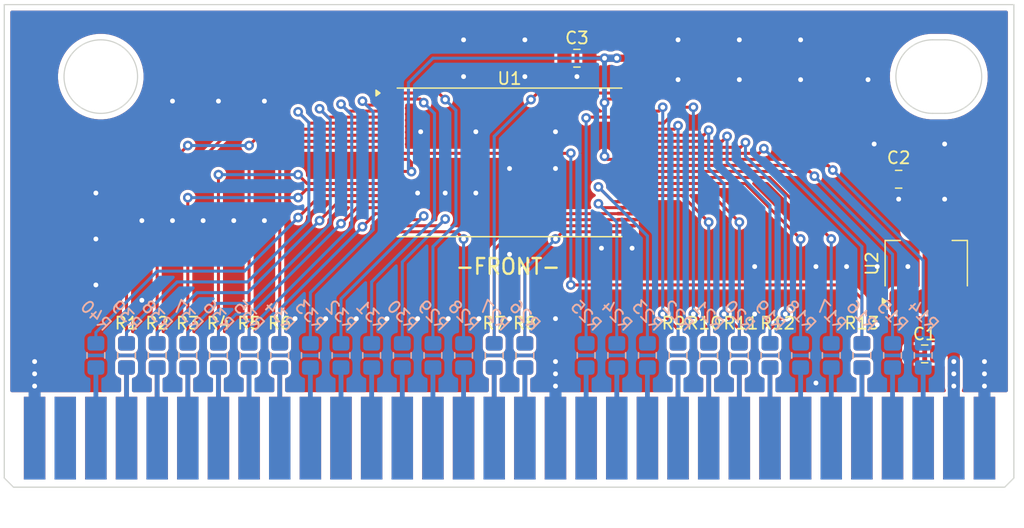
<source format=kicad_pcb>
(kicad_pcb (version 20241229) (generator "pcbnew") (generator_version "9.0")
  (layers (0 "F.Cu" signal) (2 "B.Cu" signal) (13 "F.Paste" user) (15 "B.Paste" user) (5 "F.SilkS" user "F.Silkscreen") (7 "B.SilkS" user "B.Silkscreen") (1 "F.Mask" user) (3 "B.Mask" user) (25 "Edge.Cuts" user))
  (net 0 "")
  (net 1 "+5V")
  (net 2 "GND")
  (net 3 "+3.3V")
  (net 4 "Net-(J1-VA2)")
  (net 6 "Net-(J1-VA1)")
  (net 7 "Net-(J1-VD13)")
  (net 8 "Net-(J1-VA12)")
  (net 10 "Net-(J1-LWR#)")
  (net 12 "Net-(J1-VD12)")
  (net 17 "Net-(J1-VA16)")
  (net 18 "Net-(J1-VA14)")
  (net 19 "Net-(J1-VD15)")
  (net 20 "Net-(J1-VD10)")
  (net 21 "Net-(J1-VD7)")
  (net 22 "Net-(J1-VA6)")
  (net 23 "Net-(J1-VA3)")
  (net 24 "Net-(J1-VA15)")
  (net 25 "Net-(J1-VD9)")
  (net 26 "Net-(J1-VD14)")
  (net 27 "Net-(J1-VA21)")
  (net 28 "Net-(J1-VD4)")
  (net 29 "Net-(J1-VA13)")
  (net 30 "Net-(J1-VD1)")
  (net 32 "Net-(J1-VD5)")
  (net 33 "Net-(J1-VD0)")
  (net 34 "Net-(J1-VA4)")
  (net 35 "Net-(J1-VA11)")
  (net 36 "Net-(J1-VD6)")
  (net 38 "Net-(J1-CAS0#)")
  (net 41 "Net-(J1-VA9)")
  (net 42 "Net-(J1-VA17)")
  (net 43 "Net-(J1-VA20)")
  (net 44 "Net-(J1-VD2)")
  (net 47 "Net-(J1-VD11)")
  (net 49 "Net-(J1-CE_0#)")
  (net 50 "Net-(J1-VA19)")
  (net 51 "Net-(J1-VA18)")
  (net 53 "Net-(J1-VD8)")
  (net 54 "Net-(J1-VA5)")
  (net 55 "Net-(J1-VD3)")
  (net 56 "Net-(J1-VA10)")
  (net 60 "Net-(J1-VA7)")
  (net 61 "Net-(J1-VA8)")
  (net 62 "/A9")
  (net 63 "/A10")
  (net 64 "/A18")
  (net 65 "/A19")
  (net 66 "/A20")
  (net 67 "/A21")
  (net 68 "/OE")
  (net 69 "/CE")
  (net 70 "/D15")
  (net 71 "/D14")
  (net 72 "/D13")
  (net 73 "/D12")
  (net 74 "/WE")
  (net 75 "/A8")
  (net 76 "/A11")
  (net 77 "/A7")
  (net 78 "/A12")
  (net 79 "/A6")
  (net 80 "/A13")
  (net 81 "/A5")
  (net 82 "/A14")
  (net 83 "/A4")
  (net 84 "/A15")
  (net 85 "/A3")
  (net 86 "/A16")
  (net 87 "/A2")
  (net 88 "/A17")
  (net 89 "/A1")
  (net 90 "/D7")
  (net 91 "/D0")
  (net 92 "/D8")
  (net 93 "/D6")
  (net 94 "/D1")
  (net 95 "/D9")
  (net 96 "/D5")
  (net 97 "/D2")
  (net 98 "/D10")
  (net 99 "/D4")
  (net 100 "/D3")
  (net 101 "/D11")
  (footprint "Resistor_SMD:R_0805_2012Metric_Pad1.20x1.40mm_HandSolder" (layer "F.Cu") (at 93.98 79.502 -90)
    (property "Reference" "R11")
    (property "Value" "100R")
  )
  (footprint "Capacitor_SMD:C_0805_2012Metric_Pad1.18x1.45mm_HandSolder" (layer "F.Cu") (at 80.518 54.864)
    (property "Reference" "C3")
    (property "Value" "100nF")
  )
  (footprint "SEGA-Cart_lib:SEGA_Connector" (layer "F.Cu") (at 35.56 86.36)
    (property "Reference" "J1" (hide yes))
    (property "Value" "SEGA_Connector" (hide yes))
  )
  (footprint "Resistor_SMD:R_0805_2012Metric_Pad1.20x1.40mm_HandSolder" (layer "F.Cu") (at 76.2 79.502 -90)
    (property "Reference" "R8")
    (property "Value" "100R")
  )
  (footprint "Package_SO:TSOP-I-48_18.4x12mm_P0.5mm" (layer "F.Cu") (at 74.93 63.5)
    (property "Reference" "U1")
    (property "Value" "Memory_Flash_29GL032")
  )
  (footprint "Resistor_SMD:R_0805_2012Metric_Pad1.20x1.40mm_HandSolder" (layer "F.Cu") (at 45.72 79.502 -90)
    (property "Reference" "R2")
    (property "Value" "100R")
  )
  (footprint "Resistor_SMD:R_0805_2012Metric_Pad1.20x1.40mm_HandSolder" (layer "F.Cu") (at 50.8 79.502 -90)
    (property "Reference" "R4")
    (property "Value" "100R")
  )
  (footprint "Resistor_SMD:R_0805_2012Metric_Pad1.20x1.40mm_HandSolder" (layer "F.Cu") (at 55.88 79.502 -90)
    (property "Reference" "R6")
    (property "Value" "100R")
  )
  (footprint "Resistor_SMD:R_0805_2012Metric_Pad1.20x1.40mm_HandSolder" (layer "F.Cu") (at 88.9 79.502 -90)
    (property "Reference" "R9")
    (property "Value" "100R")
  )
  (footprint "Resistor_SMD:R_0805_2012Metric_Pad1.20x1.40mm_HandSolder" (layer "F.Cu") (at 91.44 79.502 -90)
    (property "Reference" "R10")
    (property "Value" "100R")
  )
  (footprint "Resistor_SMD:R_0805_2012Metric_Pad1.20x1.40mm_HandSolder" (layer "F.Cu") (at 48.26 79.502 -90)
    (property "Reference" "R3")
    (property "Value" "100R")
  )
  (footprint "Resistor_SMD:R_0805_2012Metric_Pad1.20x1.40mm_HandSolder" (layer "F.Cu") (at 104.14 79.502 -90)
    (property "Reference" "R13")
    (property "Value" "100R")
  )
  (footprint "Capacitor_SMD:C_0805_2012Metric_Pad1.18x1.45mm_HandSolder" (layer "F.Cu") (at 107.188 64.897 180)
    (property "Reference" "C2")
    (property "Value" "1uF")
  )
  (footprint "Resistor_SMD:R_0805_2012Metric_Pad1.20x1.40mm_HandSolder" (layer "F.Cu") (at 43.18 79.502 -90)
    (property "Reference" "R1")
    (property "Value" "100R")
  )
  (footprint "Resistor_SMD:R_0805_2012Metric_Pad1.20x1.40mm_HandSolder" (layer "F.Cu") (at 53.34 79.502 -90)
    (property "Reference" "R5")
    (property "Value" "100R")
  )
  (footprint "Resistor_SMD:R_0805_2012Metric_Pad1.20x1.40mm_HandSolder" (layer "F.Cu") (at 73.66 79.502 -90)
    (property "Reference" "R7")
    (property "Value" "100R")
  )
  (footprint "Capacitor_SMD:C_0805_2012Metric_Pad1.18x1.45mm_HandSolder" (layer "F.Cu") (at 109.347 79.375 180)
    (property "Reference" "C1")
    (property "Value" "10uF")
  )
  (footprint "Resistor_SMD:R_0805_2012Metric_Pad1.20x1.40mm_HandSolder" (layer "F.Cu") (at 96.52 79.502 -90)
    (property "Reference" "R12")
    (property "Value" "100R")
  )
  (footprint "Package_TO_SOT_SMD:SOT-223-3_TabPin2" (layer "F.Cu") (at 109.474 71.882 90)
    (property "Reference" "U2")
    (property "Value" "AMS1117-3.3")
  )
  (footprint "Resistor_SMD:R_0805_2012Metric_Pad1.20x1.40mm_HandSolder" (layer "B.Cu") (at 50.8 79.502 90)
    (property "Reference" "R36")
    (property "Value" "100R")
  )
  (footprint "Resistor_SMD:R_0805_2012Metric_Pad1.20x1.40mm_HandSolder" (layer "B.Cu") (at 104.14 79.502 90)
    (property "Reference" "R16")
    (property "Value" "100R")
  )
  (footprint "Resistor_SMD:R_0805_2012Metric_Pad1.20x1.40mm_HandSolder" (layer "B.Cu") (at 96.52 79.502 90)
    (property "Reference" "R19")
    (property "Value" "100R")
  )
  (footprint "Resistor_SMD:R_0805_2012Metric_Pad1.20x1.40mm_HandSolder" (layer "B.Cu") (at 53.34 79.502 90)
    (property "Reference" "R35")
    (property "Value" "100R")
  )
  (footprint "Resistor_SMD:R_0805_2012Metric_Pad1.20x1.40mm_HandSolder" (layer "B.Cu") (at 99.06 79.502 90)
    (property "Reference" "R18")
    (property "Value" "100R")
  )
  (footprint "Resistor_SMD:R_0805_2012Metric_Pad1.20x1.40mm_HandSolder" (layer "B.Cu") (at 83.82 79.502 90)
    (property "Reference" "R24")
    (property "Value" "100R")
  )
  (footprint "Resistor_SMD:R_0805_2012Metric_Pad1.20x1.40mm_HandSolder" (layer "B.Cu") (at 68.58 79.502 90)
    (property "Reference" "R29")
    (property "Value" "100R")
  )
  (footprint "Resistor_SMD:R_0805_2012Metric_Pad1.20x1.40mm_HandSolder" (layer "B.Cu") (at 91.44 79.502 90)
    (property "Reference" "R21")
    (property "Value" "100R")
  )
  (footprint "Resistor_SMD:R_0805_2012Metric_Pad1.20x1.40mm_HandSolder" (layer "B.Cu") (at 109.22 79.502 90)
    (property "Reference" "R14")
    (property "Value" "100R")
  )
  (footprint "Resistor_SMD:R_0805_2012Metric_Pad1.20x1.40mm_HandSolder" (layer "B.Cu") (at 88.9 79.502 90)
    (property "Reference" "R22")
    (property "Value" "100R")
  )
  (footprint "Resistor_SMD:R_0805_2012Metric_Pad1.20x1.40mm_HandSolder" (layer "B.Cu") (at 81.28 79.502 90)
    (property "Reference" "R25")
    (property "Value" "100R")
  )
  (footprint "Resistor_SMD:R_0805_2012Metric_Pad1.20x1.40mm_HandSolder" (layer "B.Cu") (at 76.2 79.502 90)
    (property "Reference" "R26")
    (property "Value" "100R")
  )
  (footprint "Resistor_SMD:R_0805_2012Metric_Pad1.20x1.40mm_HandSolder" (layer "B.Cu") (at 55.88 79.502 90)
    (property "Reference" "R34")
    (property "Value" "100R")
  )
  (footprint "Resistor_SMD:R_0805_2012Metric_Pad1.20x1.40mm_HandSolder" (layer "B.Cu") (at 63.5 79.502 90)
    (property "Reference" "R31")
    (property "Value" "100R")
  )
  (footprint "Resistor_SMD:R_0805_2012Metric_Pad1.20x1.40mm_HandSolder" (layer "B.Cu") (at 48.26 79.502 90)
    (property "Reference" "R37")
    (property "Value" "100R")
  )
  (footprint "Resistor_SMD:R_0805_2012Metric_Pad1.20x1.40mm_HandSolder" (layer "B.Cu") (at 93.98 79.502 90)
    (property "Reference" "R20")
    (property "Value" "100R")
  )
  (footprint "Resistor_SMD:R_0805_2012Metric_Pad1.20x1.40mm_HandSolder" (layer "B.Cu") (at 60.96 79.502 90)
    (property "Reference" "R32")
    (property "Value" "100R")
  )
  (footprint "Resistor_SMD:R_0805_2012Metric_Pad1.20x1.40mm_HandSolder" (layer "B.Cu") (at 66.04 79.502 90)
    (property "Reference" "R30")
    (property "Value" "100R")
  )
  (footprint "Resistor_SMD:R_0805_2012Metric_Pad1.20x1.40mm_HandSolder" (layer "B.Cu") (at 86.36 79.502 90)
    (property "Reference" "R23")
    (property "Value" "100R")
  )
  (footprint "Resistor_SMD:R_0805_2012Metric_Pad1.20x1.40mm_HandSolder" (layer "B.Cu") (at 73.66 79.502 90)
    (property "Reference" "R27")
    (property "Value" "100R")
  )
  (footprint "Resistor_SMD:R_0805_2012Metric_Pad1.20x1.40mm_HandSolder" (layer "B.Cu") (at 106.68 79.502 90)
    (property "Reference" "R15")
    (property "Value" "100R")
  )
  (footprint "Resistor_SMD:R_0805_2012Metric_Pad1.20x1.40mm_HandSolder" (layer "B.Cu") (at 40.64 79.502 90)
    (property "Reference" "R40")
    (property "Value" "100R")
  )
  (footprint "Resistor_SMD:R_0805_2012Metric_Pad1.20x1.40mm_HandSolder" (layer "B.Cu") (at 58.42 79.502 90)
    (property "Reference" "R33")
    (property "Value" "100R")
  )
  (footprint "Resistor_SMD:R_0805_2012Metric_Pad1.20x1.40mm_HandSolder" (layer "B.Cu") (at 43.18 79.502 90)
    (property "Reference" "R39")
    (property "Value" "100R")
  )
  (footprint "Resistor_SMD:R_0805_2012Metric_Pad1.20x1.40mm_HandSolder" (layer "B.Cu") (at 101.6 79.502 90)
    (property "Reference" "R17")
    (property "Value" "100R")
  )
  (footprint "Resistor_SMD:R_0805_2012Metric_Pad1.20x1.40mm_HandSolder" (layer "B.Cu") (at 71.12 79.502 90)
    (property "Reference" "R28")
    (property "Value" "100R")
  )
  (footprint "Resistor_SMD:R_0805_2012Metric_Pad1.20x1.40mm_HandSolder" (layer "B.Cu") (at 45.72 79.502 90)
    (property "Reference" "R38")
    (property "Value" "100R")
  )
  (gr_arc (start 111.0234 53.34) (mid 114.0714 56.388) (end 111.0234 59.436) (stroke (width 0.1)) (layer "Edge.Cuts"))
  (gr_line (start 116.7384 50.419) (end 116.7384 89.662) (stroke (width 0.1)) (layer "Edge.Cuts"))
  (gr_circle (center 41.0464 56.388) (end 37.9984 56.388) (stroke (width 0.1)) (fill no) (layer "Edge.Cuts"))
  (gr_line (start 115.9764 90.424) (end 33.8074 90.424) (stroke (width 0.1)) (layer "Edge.Cuts"))
  (gr_line (start 33.0454 50.419) (end 116.7384 50.419) (stroke (width 0.1)) (layer "Edge.Cuts"))
  (gr_arc (start 110.0074 59.436) (mid 106.9594 56.388) (end 110.0074 53.34) (stroke (width 0.1)) (layer "Edge.Cuts"))
  (gr_line (start 111.0234 53.34) (end 110.0074 53.34) (stroke (width 0.1)) (layer "Edge.Cuts"))
  (gr_line (start 33.8074 90.424) (end 33.0454 89.662) (stroke (width 0.1)) (layer "Edge.Cuts"))
  (gr_line (start 115.9764 90.424) (end 116.7384 89.662) (stroke (width 0.1)) (layer "Edge.Cuts"))
  (gr_line (start 33.0454 89.662) (end 33.0454 50.419) (stroke (width 0.1)) (layer "Edge.Cuts"))
  (gr_line (start 110.0074 59.436) (end 111.0234 59.436) (stroke (width 0.1)) (layer "Edge.Cuts"))
  (gr_text "-FRONT-" (at 70.358 72.898 0) (layer "F.SilkS") (effects (font (size 1.3 1.2) (thickness 0.2) (bold yes)) (justify left bottom)))
  (segment (start 111.76 75.046) (end 111.774 75.032) (width 1) (layer "F.Cu") (net 1))
  (segment (start 111.76 79.375) (end 111.76 75.046) (width 1) (layer "F.Cu") (net 1))
  (segment (start 110.3845 79.375) (end 111.76 79.375) (width 0.4) (layer "F.Cu") (net 1))
  (segment (start 111.76 82.042) (end 111.76 79.375) (width 1) (layer "F.Cu") (net 1))
  (via (at 111.76 80.01) (size 0.8) (drill 0.4) (layers "F.Cu" "B.Cu") (net 1))
  (via (at 111.76 82.042) (size 0.8) (drill 0.4) (layers "F.Cu" "B.Cu") (net 1))
  (via (at 111.76 81.026) (size 0.8) (drill 0.4) (layers "F.Cu" "B.Cu") (net 1))
  (segment (start 111.76 81.026) (end 111.76 80.01) (width 1) (layer "B.Cu") (net 1))
  (segment (start 111.76 82.042) (end 111.76 81.026) (width 1) (layer "B.Cu") (net 1))
  (segment (start 111.76 86.36) (end 111.76 82.042) (width 1) (layer "B.Cu") (net 1))
  (segment (start 86.157 58.75) (end 87.122 57.785) (width 0.25) (layer "F.Cu") (net 2))
  (segment (start 84.6175 58.75) (end 86.157 58.75) (width 0.25) (layer "F.Cu") (net 2))
  (segment (start 86.309 68.25) (end 86.487 68.072) (width 0.25) (layer "F.Cu") (net 2))
  (segment (start 84.6175 68.25) (end 86.309 68.25) (width 0.25) (layer "F.Cu") (net 2))
  (segment (start 114.3 86.36) (end 114.3 81.026) (width 1) (layer "F.Cu") (net 2))
  (via (at 78.74 60.96) (size 0.8) (drill 0.4) (layers "F.Cu" "B.Cu") (net 2))
  (via (at 74.93 64.008) (size 0.8) (drill 0.4) (layers "F.Cu" "B.Cu") (net 2))
  (via (at 69.596 66.04) (size 0.8) (drill 0.4) (layers "F.Cu" "B.Cu") (net 2))
  (via (at 93.98 53.34) (size 0.8) (drill 0.4) (layers "F.Cu" "B.Cu") (net 2))
  (via (at 105.156 61.976) (size 0.8) (drill 0.4) (layers "F.Cu" "B.Cu") (net 2))
  (via (at 82.55 70.612) (size 0.8) (drill 0.4) (layers "F.Cu" "B.Cu") (net 2))
  (via (at 49.53 68.326) (size 0.8) (drill 0.4) (layers "F.Cu" "B.Cu") (net 2))
  (via (at 46.99 68.326) (size 0.8) (drill 0.4) (layers "F.Cu" "B.Cu") (net 2))
  (via (at 67.31 76.454) (size 0.8) (drill 0.4) (layers "F.Cu" "B.Cu") (net 2))
  (via (at 78.74 64.008) (size 0.8) (drill 0.4) (layers "F.Cu" "B.Cu") (net 2))
  (via (at 78.74 82.042) (size 0.8) (drill 0.4) (layers "F.Cu" "B.Cu") (net 2))
  (via (at 107.188 66.548) (size 0.8) (drill 0.4) (layers "F.Cu" "B.Cu") (net 2))
  (via (at 74.93 76.454) (size 0.8) (drill 0.4) (layers "F.Cu" "B.Cu") (net 2))
  (via (at 40.64 73.66) (size 0.8) (drill 0.4) (layers "F.Cu" "B.Cu") (net 2))
  (via (at 52.07 68.326) (size 0.8) (drill 0.4) (layers "F.Cu" "B.Cu") (net 2))
  (via (at 40.64 69.85) (size 0.8) (drill 0.4) (layers "F.Cu" "B.Cu") (net 2))
  (via (at 100.33 72.136) (size 0.8) (drill 0.4) (layers "F.Cu" "B.Cu") (net 2))
  (via (at 78.74 80.01) (size 0.8) (drill 0.4) (layers "F.Cu" "B.Cu") (net 2))
  (via (at 46.99 58.42) (size 0.8) (drill 0.4) (layers "F.Cu" "B.Cu") (net 2))
  (via (at 80.518 56.388) (size 0.8) (drill 0.4) (layers "F.Cu" "B.Cu") (net 2))
  (via (at 54.61 68.326) (size 0.8) (drill 0.4) (layers "F.Cu" "B.Cu") (net 2))
  (via (at 99.06 53.34) (size 0.8) (drill 0.4) (layers "F.Cu" "B.Cu") (net 2))
  (via (at 88.9 53.34) (size 0.8) (drill 0.4) (layers "F.Cu" "B.Cu") (net 2))
  (via (at 114.3 81.026) (size 0.8) (drill 0.4) (layers "F.Cu" "B.Cu") (net 2))
  (via (at 78.74 76.454) (size 0.8) (drill 0.4) (layers "F.Cu" "B.Cu") (net 2))
  (via (at 62.23 76.454) (size 0.8) (drill 0.4) (layers "F.Cu" "B.Cu") (net 2))
  (via (at 102.87 72.136) (size 0.8) (drill 0.4) (layers "F.Cu" "B.Cu") (net 2))
  (via (at 95.25 76.073) (size 0.8) (drill 0.4) (layers "F.Cu" "B.Cu") (net 2))
  (via (at 35.56 81.026) (size 0.8) (drill 0.4) (layers "F.Cu" "B.Cu") (net 2))
  (via (at 88.9 56.642) (size 0.8) (drill 0.4) (layers "F.Cu" "B.Cu") (net 2))
  (via (at 76.2 53.34) (size 0.8) (drill 0.4) (layers "F.Cu" "B.Cu") (net 2))
  (via (at 114.3 82.042) (size 0.8) (drill 0.4) (layers "F.Cu" "B.Cu") (net 2))
  (via (at 57.15 76.454) (size 0.8) (drill 0.4) (layers "F.Cu" "B.Cu") (net 2))
  (via (at 72.39 76.454) (size 0.8) (drill 0.4) (layers "F.Cu" "B.Cu") (net 2))
  (via (at 59.69 76.454) (size 0.8) (drill 0.4) (layers "F.Cu" "B.Cu") (net 2))
  (via (at 44.45 68.326) (size 0.8) (drill 0.4) (layers "F.Cu" "B.Cu") (net 2))
  (via (at 105.41 72.136) (size 0.8) (drill 0.4) (layers "F.Cu" "B.Cu") (net 2))
  (via (at 78.74 81.026) (size 0.8) (drill 0.4) (layers "F.Cu" "B.Cu") (net 2))
  (via (at 93.98 56.642) (size 0.8) (drill 0.4) (layers "F.Cu" "B.Cu") (net 2))
  (via (at 74.93 71.12) (size 0.8) (drill 0.4) (layers "F.Cu" "B.Cu") (net 2))
  (via (at 69.85 76.454) (size 0.8) (drill 0.4) (layers "F.Cu" "B.Cu") (net 2))
  (via (at 64.77 76.454) (size 0.8) (drill 0.4) (layers "F.Cu" "B.Cu") (net 2))
  (via (at 100.33 81.788) (size 0.8) (drill 0.4) (layers "F.Cu" "B.Cu") (net 2))
  (via (at 72.136 66.04) (size 0.8) (drill 0.4) (layers "F.Cu" "B.Cu") (net 2))
  (via (at 54.61 58.42) (size 0.8) (drill 0.4) (layers "F.Cu" "B.Cu") (net 2))
  (via (at 35.56 80.01) (size 0.8) (drill 0.4) (layers "F.Cu" "B.Cu") (net 2))
  (via (at 104.648 56.642) (size 0.8) (drill 0.4) (layers "F.Cu" "B.Cu") (net 2))
  (via (at 110.998 61.976) (size 0.8) (drill 0.4) (layers "F.Cu" "B.Cu") (net 2))
  (via (at 50.8 58.42) (size 0.8) (drill 0.4) (layers "F.Cu" "B.Cu") (net 2))
  (via (at 107.95 72.136) (size 0.8) (drill 0.4) (layers "F.Cu" "B.Cu") (net 2))
  (via (at 105.41 76.962) (size 0.8) (drill 0.4) (layers "F.Cu" "B.Cu") (net 2))
  (via (at 71.12 53.34) (size 0.8) (drill 0.4) (layers "F.Cu" "B.Cu") (net 2))
  (via (at 85.09 70.612) (size 0.8) (drill 0.4) (layers "F.Cu" "B.Cu") (net 2))
  (via (at 99.06 56.642) (size 0.8) (drill 0.4) (layers "F.Cu" "B.Cu") (net 2))
  (via (at 35.56 82.042) (size 0.8) (drill 0.4) (layers "F.Cu" "B.Cu") (net 2))
  (via (at 114.3 80.01) (size 0.8) (drill 0.4) (layers "F.Cu" "B.Cu") (net 2))
  (via (at 95.25 72.136) (size 0.8) (drill 0.4) (layers "F.Cu" "B.Cu") (net 2))
  (via (at 44.45 74.93) (size 0.8) (drill 0.4) (layers "F.Cu" "B.Cu") (net 2))
  (via (at 40.64 66.04) (size 0.8) (drill 0.4) (layers "F.Cu" "B.Cu") (net 2))
  (via (at 72.136 60.96) (size 0.8) (drill 0.4) (layers "F.Cu" "B.Cu") (net 2))
  (via (at 67.564 60.96) (size 0.8) (drill 0.4) (layers "F.Cu" "B.Cu") (net 2))
  (via (at 67.31 66.04) (size 0.8) (drill 0.4) (layers "F.Cu" "B.Cu") (net 2))
  (via (at 71.12 56.388) (size 0.8) (drill 0.4) (layers "F.Cu" "B.Cu") (net 2))
  (via (at 76.2 56.388) (size 0.8) (drill 0.4) (layers "F.Cu" "B.Cu") (net 2))
  (via (at 110.998 66.548) (size 0.8) (drill 0.4) (layers "F.Cu" "B.Cu") (net 2))
  (segment (start 78.74 81.026) (end 78.74 80.01) (width 1) (layer "B.Cu") (net 2))
  (segment (start 78.74 86.36) (end 78.74 82.042) (width 1) (layer "B.Cu") (net 2))
  (segment (start 114.3 81.026) (end 114.3 80.01) (width 1) (layer "B.Cu") (net 2))
  (segment (start 35.56 86.36) (end 35.56 80.01) (width 1) (layer "B.Cu") (net 2))
  (segment (start 78.74 82.042) (end 78.74 81.026) (width 1) (layer "B.Cu") (net 2))
  (segment (start 114.3 86.36) (end 114.3 81.026) (width 1) (layer "B.Cu") (net 2))
  (segment (start 83.101 58.25) (end 84.6175 58.25) (width 0.25) (layer "F.Cu") (net 3))
  (segment (start 83.062 63.25) (end 84.6175 63.25) (width 0.25) (layer "F.Cu") (net 3))
  (segment (start 66.79 64.25) (end 65.2425 64.25) (width 0.25) (layer "F.Cu") (net 3))
  (segment (start 82.804 54.864) (end 100.584 54.864) (width 0.6) (layer "F.Cu") (net 3))
  (segment (start 109.474 75.031999) (end 109.474 68.732001) (width 0.6) (layer "F.Cu") (net 3))
  (segment (start 109.474 63.754) (end 100.584 54.864) (width 0.6) (layer "F.Cu") (net 3))
  (segment (start 66.552 63.25) (end 66.802 63.5) (width 0.25) (layer "F.Cu") (net 3))
  (segment (start 82.804 58.547) (end 83.101 58.25) (width 0.25) (layer "F.Cu") (net 3))
  (segment (start 109.474 68.732001) (end 109.474 64.897) (width 0.6) (layer "F.Cu") (net 3))
  (segment (start 109.474 64.897) (end 109.474 63.754) (width 0.6) (layer "F.Cu") (net 3))
  (segment (start 82.804 62.992) (end 83.062 63.25) (width 0.25) (layer "F.Cu") (net 3))
  (segment (start 66.802 64.262) (end 66.79 64.25) (width 0.25) (layer "F.Cu") (net 3))
  (segment (start 108.2255 64.897) (end 109.474 64.897) (width 0.4) (layer "F.Cu") (net 3))
  (segment (start 81.5555 54.864) (end 82.804 54.864) (width 0.4) (layer "F.Cu") (net 3))
  (segment (start 66.802 63.5) (end 66.802 64.262) (width 0.25) (layer "F.Cu") (net 3))
  (segment (start 65.2425 63.25) (end 66.552 63.25) (width 0.25) (layer "F.Cu") (net 3))
  (via (at 83.82 54.864) (size 0.8) (drill 0.4) (layers "F.Cu" "B.Cu") (net 3))
  (via (at 66.802 64.262) (size 0.8) (drill 0.4) (layers "F.Cu" "B.Cu") (net 3))
  (via (at 82.804 54.864) (size 0.8) (drill 0.4) (layers "F.Cu" "B.Cu") (net 3))
  (via (at 82.804 62.992) (size 0.8) (drill 0.4) (layers "F.Cu" "B.Cu") (net 3))
  (via (at 82.804 58.547) (size 0.8) (drill 0.4) (layers "F.Cu" "B.Cu") (net 3))
  (segment (start 83.82 54.864) (end 82.804 54.864) (width 0.6) (layer "B.Cu") (net 3))
  (segment (start 66.802 64.262) (end 66.548 64.008) (width 0.25) (layer "B.Cu") (net 3))
  (segment (start 68.58 54.864) (end 82.804 54.864) (width 0.25) (layer "B.Cu") (net 3))
  (segment (start 66.548 64.008) (end 66.548 56.896) (width 0.25) (layer "B.Cu") (net 3))
  (segment (start 82.804 58.547) (end 82.804 62.992) (width 0.4) (layer "B.Cu") (net 3))
  (segment (start 66.548 56.896) (end 68.58 54.864) (width 0.25) (layer "B.Cu") (net 3))
  (segment (start 82.804 58.547) (end 82.804 54.864) (width 0.4) (layer "B.Cu") (net 3))
  (segment (start 71.12 80.502) (end 71.12 86.36) (width 0.4) (layer "B.Cu") (net 4))
  (segment (start 76.2 80.502) (end 76.2 86.36) (width 0.4) (layer "B.Cu") (net 6))
  (segment (start 93.98 80.502) (end 93.98 86.36) (width 0.4) (layer "F.Cu") (net 7))
  (segment (start 48.26 80.502) (end 48.26 86.36) (width 0.4) (layer "B.Cu") (net 8))
  (segment (start 104.14 80.502) (end 104.14 86.36) (width 0.4) (layer "F.Cu") (net 10))
  (segment (start 96.52 80.502) (end 96.52 86.36) (width 0.4) (layer "F.Cu") (net 12))
  (segment (start 68.58 80.502) (end 68.58 86.36) (width 0.4) (layer "B.Cu") (net 17))
  (segment (start 58.42 80.502) (end 58.42 86.36) (width 0.4) (layer "B.Cu") (net 18))
  (segment (start 88.9 80.502) (end 88.9 86.36) (width 0.4) (layer "F.Cu") (net 19))
  (segment (start 101.6 80.502) (end 101.6 86.36) (width 0.4) (layer "B.Cu") (net 20))
  (segment (start 81.28 80.502) (end 81.28 86.36) (width 0.4) (layer "B.Cu") (net 21))
  (segment (start 50.8 80.502) (end 50.8 86.36) (width 0.4) (layer "B.Cu") (net 22))
  (segment (start 66.04 80.502) (end 66.04 86.36) (width 0.4) (layer "B.Cu") (net 23))
  (segment (start 63.5 80.502) (end 63.5 86.36) (width 0.4) (layer "B.Cu") (net 24))
  (segment (start 93.98 80.502) (end 93.98 86.36) (width 0.4) (layer "B.Cu") (net 25))
  (segment (start 91.44 80.502) (end 91.44 86.36) (width 0.4) (layer "F.Cu") (net 26))
  (segment (start 55.88 80.502) (end 55.88 86.36) (width 0.4) (layer "F.Cu") (net 27))
  (segment (start 104.14 80.502) (end 104.14 86.36) (width 0.4) (layer "B.Cu") (net 28))
  (segment (start 53.34 80.502) (end 53.34 86.36) (width 0.4) (layer "B.Cu") (net 29))
  (segment (start 91.44 80.502) (end 91.44 86.36) (width 0.4) (layer "B.Cu") (net 30))
  (segment (start 96.52 80.502) (end 96.52 86.36) (width 0.4) (layer "B.Cu") (net 32))
  (segment (start 83.82 80.502) (end 83.82 86.36) (width 0.4) (layer "B.Cu") (net 33))
  (segment (start 60.96 80.502) (end 60.96 86.36) (width 0.4) (layer "B.Cu") (net 34))
  (segment (start 43.18 80.502) (end 43.18 86.36) (width 0.4) (layer "B.Cu") (net 35))
  (segment (start 88.9 80.502) (end 88.9 86.36) (width 0.4) (layer "B.Cu") (net 36))
  (segment (start 73.66 80.502) (end 73.66 86.36) (width 0.4) (layer "F.Cu") (net 38))
  (segment (start 43.18 80.502) (end 43.18 86.36) (width 0.4) (layer "F.Cu") (net 41))
  (segment (start 73.66 80.502) (end 73.66 86.36) (width 0.4) (layer "B.Cu") (net 42))
  (segment (start 53.34 80.502) (end 53.34 86.36) (width 0.4) (layer "F.Cu") (net 43))
  (segment (start 99.06 80.502) (end 99.06 86.36) (width 0.4) (layer "B.Cu") (net 44))
  (segment (start 109.22 80.502) (end 109.22 86.36) (width 0.4) (layer "B.Cu") (net 47))
  (segment (start 76.2 80.502) (end 76.2 86.36) (width 0.4) (layer "F.Cu") (net 49))
  (segment (start 50.8 80.502) (end 50.8 86.36) (width 0.4) (layer "F.Cu") (net 50))
  (segment (start 48.26 80.502) (end 48.26 86.36) (width 0.4) (layer "F.Cu") (net 51))
  (segment (start 86.36 80.502) (end 86.36 86.36) (width 0.4) (layer "B.Cu") (net 53))
  (segment (start 55.88 80.502) (end 55.88 86.36) (width 0.4) (layer "B.Cu") (net 54))
  (segment (start 106.68 80.502) (end 106.68 86.36) (width 0.4) (layer "B.Cu") (net 55))
  (segment (start 45.72 80.502) (end 45.72 86.36) (width 0.4) (layer "F.Cu") (net 56))
  (segment (start 45.72 80.502) (end 45.72 86.36) (width 0.4) (layer "B.Cu") (net 60))
  (segment (start 40.64 80.502) (end 40.64 86.36) (width 0.4) (layer "B.Cu") (net 61))
  (segment (start 43.18 78.502) (end 43.18 67.183) (width 0.25) (layer "F.Cu") (net 62))
  (segment (start 53.34 62.103) (end 54.193 61.25) (width 0.25) (layer "F.Cu") (net 62))
  (segment (start 48.26 62.103) (end 43.18 67.183) (width 0.25) (layer "F.Cu") (net 62))
  (segment (start 54.193 61.25) (end 65.2425 61.25) (width 0.25) (layer "F.Cu") (net 62))
  (via (at 53.34 62.103) (size 0.8) (drill 0.4) (layers "F.Cu" "B.Cu") (net 62))
  (via (at 48.26 62.103) (size 0.8) (drill 0.4) (layers "F.Cu" "B.Cu") (net 62))
  (segment (start 48.26 62.103) (end 53.34 62.103) (width 0.25) (layer "B.Cu") (net 62))
  (segment (start 51.899 60.75) (end 65.2425 60.75) (width 0.25) (layer "F.Cu") (net 63))
  (segment (start 45.72 78.502) (end 45.72 66.929) (width 0.25) (layer "F.Cu") (net 63))
  (segment (start 45.72 66.929) (end 51.899 60.75) (width 0.25) (layer "F.Cu") (net 63))
  (segment (start 48.26 66.421) (end 48.26 78.502) (width 0.25) (layer "F.Cu") (net 64))
  (segment (start 57.404 66.421) (end 58.075 65.75) (width 0.25) (layer "F.Cu") (net 64))
  (segment (start 58.075 65.75) (end 65.2425 65.75) (width 0.25) (layer "F.Cu") (net 64))
  (via (at 57.404 66.421) (size 0.8) (drill 0.4) (layers "F.Cu" "B.Cu") (net 64))
  (via (at 48.26 66.421) (size 0.8) (drill 0.4) (layers "F.Cu" "B.Cu") (net 64))
  (segment (start 57.404 66.421) (end 48.26 66.421) (width 0.25) (layer "B.Cu") (net 64))
  (segment (start 57.404 64.516) (end 58.138 65.25) (width 0.25) (layer "F.Cu") (net 65))
  (segment (start 58.138 65.25) (end 65.2425 65.25) (width 0.25) (layer "F.Cu") (net 65))
  (segment (start 50.8 64.516) (end 50.8 78.502) (width 0.25) (layer "F.Cu") (net 65))
  (via (at 57.404 64.516) (size 0.8) (drill 0.4) (layers "F.Cu" "B.Cu") (net 65))
  (via (at 50.8 64.516) (size 0.8) (drill 0.4) (layers "F.Cu" "B.Cu") (net 65))
  (segment (start 57.404 64.516) (end 50.8 64.516) (width 0.25) (layer "B.Cu") (net 65))
  (segment (start 55.217 61.75) (end 53.34 63.627) (width 0.25) (layer "F.Cu") (net 66))
  (segment (start 65.2425 61.75) (end 55.217 61.75) (width 0.25) (layer "F.Cu") (net 66))
  (segment (start 53.34 78.502) (end 53.34 63.627) (width 0.25) (layer "F.Cu") (net 66))
  (segment (start 55.88 63.5) (end 57.13 62.25) (width 0.25) (layer "F.Cu") (net 67))
  (segment (start 57.13 62.25) (end 65.2425 62.25) (width 0.25) (layer "F.Cu") (net 67))
  (segment (start 55.88 78.502) (end 55.88 63.5) (width 0.25) (layer "F.Cu") (net 67))
  (segment (start 73.66 70.739) (end 76.649 67.75) (width 0.25) (layer "F.Cu") (net 68))
  (segment (start 76.649 67.75) (end 84.6175 67.75) (width 0.25) (layer "F.Cu") (net 68))
  (segment (start 73.66 78.502) (end 73.66 70.739) (width 0.25) (layer "F.Cu") (net 68))
  (segment (start 77.808 68.75) (end 84.6175 68.75) (width 0.25) (layer "F.Cu") (net 69))
  (segment (start 76.2 78.502) (end 76.2 70.358) (width 0.25) (layer "F.Cu") (net 69))
  (segment (start 76.2 70.358) (end 77.808 68.75) (width 0.25) (layer "F.Cu") (net 69))
  (segment (start 88.9 77.343) (end 87.63 76.073) (width 0.25) (layer "F.Cu") (net 70))
  (segment (start 88.9 78.502) (end 88.9 77.343) (width 0.25) (layer "F.Cu") (net 70))
  (segment (start 87.63 58.928) (end 87.308 59.25) (width 0.25) (layer "F.Cu") (net 70))
  (segment (start 87.308 59.25) (end 84.6175 59.25) (width 0.25) (layer "F.Cu") (net 70))
  (via (at 87.63 76.073) (size 0.8) (drill 0.4) (layers "F.Cu" "B.Cu") (net 70))
  (via (at 87.63 58.928) (size 0.8) (drill 0.4) (layers "F.Cu" "B.Cu") (net 70))
  (segment (start 87.63 76.073) (end 87.63 58.928) (width 0.25) (layer "B.Cu") (net 70))
  (segment (start 87.705 60.25) (end 89.027 58.928) (width 0.25) (layer "F.Cu") (net 71))
  (segment (start 91.44 77.343) (end 90.17 76.073) (width 0.25) (layer "F.Cu") (net 71))
  (segment (start 91.44 78.502) (end 91.44 77.343) (width 0.25) (layer "F.Cu") (net 71))
  (segment (start 89.027 58.928) (end 90.17 58.928) (width 0.25) (layer "F.Cu") (net 71))
  (segment (start 84.6175 60.25) (end 87.705 60.25) (width 0.25) (layer "F.Cu") (net 71))
  (via (at 90.17 76.073) (size 0.8) (drill 0.4) (layers "F.Cu" "B.Cu") (net 71))
  (via (at 90.17 58.928) (size 0.8) (drill 0.4) (layers "F.Cu" "B.Cu") (net 71))
  (segment (start 90.17 76.073) (end 90.17 58.928) (width 0.25) (layer "B.Cu") (net 71))
  (segment (start 91.023 61.25) (end 84.6175 61.25) (width 0.25) (layer "F.Cu") (net 72))
  (segment (start 93.98 78.502) (end 93.98 77.343) (width 0.25) (layer "F.Cu") (net 72))
  (segment (start 93.98 77.343) (end 92.71 76.073) (width 0.25) (layer "F.Cu") (net 72))
  (segment (start 91.44 60.833) (end 91.023 61.25) (width 0.25) (layer "F.Cu") (net 72))
  (via (at 92.71 76.073) (size 0.8) (drill 0.4) (layers "F.Cu" "B.Cu") (net 72))
  (via (at 91.44 60.833) (size 0.8) (drill 0.4) (layers "F.Cu" "B.Cu") (net 72))
  (segment (start 91.44 60.833) (end 91.44 64.008) (width 0.25) (layer "B.Cu") (net 72))
  (segment (start 92.71 76.073) (end 92.71 65.278) (width 0.25) (layer "B.Cu") (net 72))
  (segment (start 91.44 64.008) (end 92.71 65.278) (width 0.25) (layer "B.Cu") (net 72))
  (segment (start 96.52 77.343) (end 97.79 76.073) (width 0.25) (layer "F.Cu") (net 73))
  (segment (start 94.488 61.849) (end 94.087 62.25) (width 0.25) (layer "F.Cu") (net 73))
  (segment (start 96.52 78.502) (end 96.52 77.343) (width 0.25) (layer "F.Cu") (net 73))
  (segment (start 94.087 62.25) (end 84.6175 62.25) (width 0.25) (layer "F.Cu") (net 73))
  (via (at 97.79 76.073) (size 0.8) (drill 0.4) (layers "F.Cu" "B.Cu") (net 73))
  (via (at 94.488 61.849) (size 0.8) (drill 0.4) (layers "F.Cu" "B.Cu") (net 73))
  (segment (start 94.488 61.849) (end 94.488 62.992) (width 0.25) (layer "B.Cu") (net 73))
  (segment (start 94.488 62.992) (end 97.79 66.294) (width 0.25) (layer "B.Cu") (net 73))
  (segment (start 97.79 76.073) (end 97.79 66.294) (width 0.25) (layer "B.Cu") (net 73))
  (segment (start 104.14 74.803) (end 104.14 78.502) (width 0.25) (layer "F.Cu") (net 74))
  (segment (start 79.871 62.75) (end 65.2425 62.75) (width 0.25) (layer "F.Cu") (net 74))
  (segment (start 80.01 62.738) (end 79.883 62.738) (width 0.25) (layer "F.Cu") (net 74))
  (segment (start 80.01 73.66) (end 102.997 73.66) (width 0.25) (layer "F.Cu") (net 74))
  (segment (start 79.883 62.738) (end 79.871 62.75) (width 0.25) (layer "F.Cu") (net 74))
  (segment (start 102.997 73.66) (end 104.14 74.803) (width 0.25) (layer "F.Cu") (net 74))
  (via (at 80.01 62.738) (size 0.8) (drill 0.4) (layers "F.Cu" "B.Cu") (net 74))
  (via (at 80.01 73.66) (size 0.8) (drill 0.4) (layers "F.Cu" "B.Cu") (net 74))
  (segment (start 80.01 73.66) (end 80.01 62.738) (width 0.25) (layer "B.Cu") (net 74))
  (segment (start 59.226 66.25) (end 65.2425 66.25) (width 0.25) (layer "F.Cu") (net 75))
  (segment (start 57.404 68.072) (end 59.226 66.25) (width 0.25) (layer "F.Cu") (net 75))
  (via (at 57.404 68.072) (size 0.8) (drill 0.4) (layers "F.Cu" "B.Cu") (net 75))
  (segment (start 52.959 72.517) (end 45.72 72.517) (width 0.25) (layer "B.Cu") (net 75))
  (segment (start 57.404 68.072) (end 52.959 72.517) (width 0.25) (layer "B.Cu") (net 75))
  (segment (start 45.72 72.517) (end 40.64 77.597) (width 0.25) (layer "B.Cu") (net 75))
  (segment (start 40.64 77.597) (end 40.64 78.502) (width 0.25) (layer "B.Cu") (net 75))
  (segment (start 57.404 59.309) (end 58.345 60.25) (width 0.25) (layer "F.Cu") (net 76))
  (segment (start 58.345 60.25) (end 65.2425 60.25) (width 0.25) (layer "F.Cu") (net 76))
  (via (at 57.404 59.309) (size 0.8) (drill 0.4) (layers "F.Cu" "B.Cu") (net 76))
  (segment (start 47.371 73.406) (end 43.18 77.597) (width 0.25) (layer "B.Cu") (net 76))
  (segment (start 43.18 77.597) (end 43.18 78.502) (width 0.25) (layer "B.Cu") (net 76))
  (segment (start 57.404 59.309) (end 58.293 60.198) (width 0.25) (layer "B.Cu") (net 76))
  (segment (start 58.293 68.326) (end 53.213 73.406) (width 0.25) (layer "B.Cu") (net 76))
  (segment (start 58.293 60.198) (end 58.293 68.326) (width 0.25) (layer "B.Cu") (net 76))
  (segment (start 53.213 73.406) (end 47.371 73.406) (width 0.25) (layer "B.Cu") (net 76))
  (segment (start 60.758 66.75) (end 65.2425 66.75) (width 0.25) (layer "F.Cu") (net 77))
  (segment (start 59.182 68.326) (end 60.758 66.75) (width 0.25) (layer "F.Cu") (net 77))
  (via (at 59.182 68.326) (size 0.8) (drill 0.4) (layers "F.Cu" "B.Cu") (net 77))
  (segment (start 53.213 74.295) (end 49.022 74.295) (width 0.25) (layer "B.Cu") (net 77))
  (segment (start 49.022 74.295) (end 45.72 77.597) (width 0.25) (layer "B.Cu") (net 77))
  (segment (start 45.72 77.597) (end 45.72 78.502) (width 0.25) (layer "B.Cu") (net 77))
  (segment (start 59.182 68.326) (end 53.213 74.295) (width 0.25) (layer "B.Cu") (net 77))
  (segment (start 59.877 59.75) (end 65.2425 59.75) (width 0.25) (layer "F.Cu") (net 78))
  (segment (start 59.182 59.055) (end 59.877 59.75) (width 0.25) (layer "F.Cu") (net 78))
  (via (at 59.182 59.055) (size 0.8) (drill 0.4) (layers "F.Cu" "B.Cu") (net 78))
  (segment (start 60.071 59.944) (end 60.071 68.58) (width 0.25) (layer "B.Cu") (net 78))
  (segment (start 48.26 77.597) (end 48.26 78.502) (width 0.25) (layer "B.Cu") (net 78))
  (segment (start 59.182 59.055) (end 60.071 59.944) (width 0.25) (layer "B.Cu") (net 78))
  (segment (start 53.467 75.184) (end 50.673 75.184) (width 0.25) (layer "B.Cu") (net 78))
  (segment (start 50.673 75.184) (end 48.26 77.597) (width 0.25) (layer "B.Cu") (net 78))
  (segment (start 60.071 68.58) (end 53.467 75.184) (width 0.25) (layer "B.Cu") (net 78))
  (segment (start 60.96 68.58) (end 62.29 67.25) (width 0.25) (layer "F.Cu") (net 79))
  (segment (start 62.29 67.25) (end 65.2425 67.25) (width 0.25) (layer "F.Cu") (net 79))
  (via (at 60.96 68.58) (size 0.8) (drill 0.4) (layers "F.Cu" "B.Cu") (net 79))
  (segment (start 50.8 77.5335) (end 50.8 78.502) (width 0.25) (layer "B.Cu") (net 79))
  (segment (start 52.2605 76.073) (end 50.8 77.5335) (width 0.25) (layer "B.Cu") (net 79))
  (segment (start 53.467 76.073) (end 52.2605 76.073) (width 0.25) (layer "B.Cu") (net 79))
  (segment (start 60.96 68.58) (end 53.467 76.073) (width 0.25) (layer "B.Cu") (net 79))
  (segment (start 61.536 59.25) (end 65.2425 59.25) (width 0.25) (layer "F.Cu") (net 80))
  (segment (start 60.96 58.674) (end 61.536 59.25) (width 0.25) (layer "F.Cu") (net 80))
  (via (at 60.96 58.674) (size 0.8) (drill 0.4) (layers "F.Cu" "B.Cu") (net 80))
  (segment (start 53.34 78.502) (end 53.34 77.343) (width 0.25) (layer "B.Cu") (net 80))
  (segment (start 53.34 77.343) (end 61.849 68.834) (width 0.25) (layer "B.Cu") (net 80))
  (segment (start 61.849 59.563) (end 61.849 68.834) (width 0.25) (layer "B.Cu") (net 80))
  (segment (start 60.96 58.674) (end 61.849 59.563) (width 0.25) (layer "B.Cu") (net 80))
  (segment (start 63.822 67.75) (end 65.2425 67.75) (width 0.25) (layer "F.Cu") (net 81))
  (segment (start 62.738 68.834) (end 63.822 67.75) (width 0.25) (layer "F.Cu") (net 81))
  (via (at 62.738 68.834) (size 0.8) (drill 0.4) (layers "F.Cu" "B.Cu") (net 81))
  (segment (start 55.88 75.692) (end 62.738 68.834) (width 0.25) (layer "B.Cu") (net 81))
  (segment (start 55.88 78.502) (end 55.88 75.692) (width 0.25) (layer "B.Cu") (net 81))
  (segment (start 63.068 58.75) (end 65.2425 58.75) (width 0.25) (layer "F.Cu") (net 82))
  (segment (start 62.738 58.42) (end 63.068 58.75) (width 0.25) (layer "F.Cu") (net 82))
  (via (at 62.738 58.42) (size 0.8) (drill 0.4) (layers "F.Cu" "B.Cu") (net 82))
  (segment (start 58.42 74.295) (end 63.627 69.088) (width 0.25) (layer "B.Cu") (net 82))
  (segment (start 58.42 78.502) (end 58.42 74.295) (width 0.25) (layer "B.Cu") (net 82))
  (segment (start 63.627 59.309) (end 63.627 69.088) (width 0.25) (layer "B.Cu") (net 82))
  (segment (start 62.738 58.42) (end 63.627 59.309) (width 0.25) (layer "B.Cu") (net 82))
  (segment (start 67.513 68.25) (end 65.2425 68.25) (width 0.25) (layer "F.Cu") (net 83))
  (segment (start 67.818 67.945) (end 67.513 68.25) (width 0.25) (layer "F.Cu") (net 83))
  (via (at 67.818 67.945) (size 0.8) (drill 0.4) (layers "F.Cu" "B.Cu") (net 83))
  (segment (start 60.96 78.502) (end 60.96 74.803) (width 0.25) (layer "B.Cu") (net 83))
  (segment (start 67.818 67.945) (end 60.96 74.803) (width 0.25) (layer "B.Cu") (net 83))
  (segment (start 67.818 58.547) (end 67.521 58.25) (width 0.25) (layer "F.Cu") (net 84))
  (segment (start 67.521 58.25) (end 65.2425 58.25) (width 0.25) (layer "F.Cu") (net 84))
  (via (at 67.818 58.547) (size 0.8) (drill 0.4) (layers "F.Cu" "B.Cu") (net 84))
  (segment (start 63.5 78.502) (end 63.5 73.406) (width 0.25) (layer "B.Cu") (net 84))
  (segment (start 68.707 59.436) (end 68.707 68.199) (width 0.25) (layer "B.Cu") (net 84))
  (segment (start 67.818 58.547) (end 68.707 59.436) (width 0.25) (layer "B.Cu") (net 84))
  (segment (start 68.707 68.199) (end 63.5 73.406) (width 0.25) (layer "B.Cu") (net 84))
  (segment (start 69.596 68.199) (end 69.045 68.75) (width 0.25) (layer "F.Cu") (net 85))
  (segment (start 69.045 68.75) (end 65.2425 68.75) (width 0.25) (layer "F.Cu") (net 85))
  (via (at 69.596 68.199) (size 0.8) (drill 0.4) (layers "F.Cu" "B.Cu") (net 85))
  (segment (start 66.04 78.502) (end 66.04 71.755) (width 0.25) (layer "B.Cu") (net 85))
  (segment (start 69.596 68.199) (end 66.04 71.755) (width 0.25) (layer "B.Cu") (net 85))
  (segment (start 69.053 57.75) (end 65.2425 57.75) (width 0.25) (layer "F.Cu") (net 86))
  (segment (start 69.596 58.293) (end 69.053 57.75) (width 0.25) (layer "F.Cu") (net 86))
  (via (at 69.596 58.293) (size 0.8) (drill 0.4) (layers "F.Cu" "B.Cu") (net 86))
  (segment (start 69.596 58.293) (end 70.485 59.182) (width 0.25) (layer "B.Cu") (net 86))
  (segment (start 70.485 68.58) (end 68.58 70.485) (width 0.25) (layer "B.Cu") (net 86))
  (segment (start 68.58 78.502) (end 68.58 70.485) (width 0.25) (layer "B.Cu") (net 86))
  (segment (start 70.485 59.182) (end 70.485 68.58) (width 0.25) (layer "B.Cu") (net 86))
  (segment (start 70.52 69.25) (end 65.2425 69.25) (width 0.25) (layer "F.Cu") (net 87))
  (segment (start 71.12 69.85) (end 70.52 69.25) (width 0.25) (layer "F.Cu") (net 87))
  (via (at 71.12 69.85) (size 0.8) (drill 0.4) (layers "F.Cu" "B.Cu") (net 87))
  (segment (start 71.12 78.502) (end 71.12 69.85) (width 0.25) (layer "B.Cu") (net 87))
  (segment (start 76.708 58.293) (end 77.251 57.75) (width 0.25) (layer "F.Cu") (net 88))
  (segment (start 77.251 57.75) (end 84.6175 57.75) (width 0.25) (layer "F.Cu") (net 88))
  (via (at 76.708 58.293) (size 0.8) (drill 0.4) (layers "F.Cu" "B.Cu") (net 88))
  (segment (start 73.66 78.502) (end 73.66 61.341) (width 0.25) (layer "B.Cu") (net 88))
  (segment (start 76.708 58.293) (end 73.66 61.341) (width 0.25) (layer "B.Cu") (net 88))
  (segment (start 79.34 69.25) (end 84.6175 69.25) (width 0.25) (layer "F.Cu") (net 89))
  (segment (start 78.74 69.85) (end 79.34 69.25) (width 0.25) (layer "F.Cu") (net 89))
  (via (at 78.74 69.85) (size 0.8) (drill 0.4) (layers "F.Cu" "B.Cu") (net 89))
  (segment (start 76.2 78.502) (end 76.2 72.39) (width 0.25) (layer "B.Cu") (net 89))
  (segment (start 78.74 69.85) (end 76.2 72.39) (width 0.25) (layer "B.Cu") (net 89))
  (segment (start 81.407 59.817) (end 81.474 59.75) (width 0.25) (layer "F.Cu") (net 90))
  (segment (start 81.28 59.817) (end 81.407 59.817) (width 0.25) (layer "F.Cu") (net 90))
  (segment (start 81.474 59.75) (end 84.6175 59.75) (width 0.25) (layer "F.Cu") (net 90))
  (via (at 81.28 59.817) (size 0.8) (drill 0.4) (layers "F.Cu" "B.Cu") (net 90))
  (segment (start 81.28 78.502) (end 81.28 59.817) (width 0.25) (layer "B.Cu") (net 90))
  (segment (start 82.296 66.929) (end 82.617 67.25) (width 0.25) (layer "F.Cu") (net 91))
  (segment (start 82.617 67.25) (end 84.6175 67.25) (width 0.25) (layer "F.Cu") (net 91))
  (via (at 82.296 66.929) (size 0.8) (drill 0.4) (layers "F.Cu" "B.Cu") (net 91))
  (segment (start 82.296 66.929) (end 83.82 68.453) (width 0.25) (layer "B.Cu") (net 91))
  (segment (start 83.82 78.502) (end 83.82 68.453) (width 0.25) (layer "B.Cu") (net 91))
  (segment (start 84.6175 66.75) (end 83.514 66.75) (width 0.25) (layer "F.Cu") (net 92))
  (segment (start 83.514 66.75) (end 82.296 65.532) (width 0.25) (layer "F.Cu") (net 92))
  (via (at 82.296 65.532) (size 0.8) (drill 0.4) (layers "F.Cu" "B.Cu") (net 92))
  (segment (start 86.36 69.596) (end 82.296 65.532) (width 0.25) (layer "B.Cu") (net 92))
  (segment (start 86.36 78.502) (end 86.36 69.596) (width 0.25) (layer "B.Cu") (net 92))
  (segment (start 88.602 60.75) (end 84.6175 60.75) (width 0.25) (layer "F.Cu") (net 93))
  (segment (start 88.9 60.452) (end 88.602 60.75) (width 0.25) (layer "F.Cu") (net 93))
  (via (at 88.9 60.452) (size 0.8) (drill 0.4) (layers "F.Cu" "B.Cu") (net 93))
  (segment (start 88.9 78.502) (end 88.9 60.452) (width 0.25) (layer "B.Cu") (net 93))
  (segment (start 89.237 66.25) (end 84.6175 66.25) (width 0.25) (layer "F.Cu") (net 94))
  (segment (start 91.44 68.453) (end 89.237 66.25) (width 0.25) (layer "F.Cu") (net 94))
  (via (at 91.44 68.453) (size 0.8) (drill 0.4) (layers "F.Cu" "B.Cu") (net 94))
  (segment (start 91.44 78.502) (end 91.44 68.453) (width 0.25) (layer "B.Cu") (net 94))
  (segment (start 91.277 65.75) (end 84.6175 65.75) (width 0.25) (layer "F.Cu") (net 95))
  (segment (start 93.98 68.453) (end 91.277 65.75) (width 0.25) (layer "F.Cu") (net 95))
  (via (at 93.98 68.453) (size 0.8) (drill 0.4) (layers "F.Cu" "B.Cu") (net 95))
  (segment (start 93.98 78.502) (end 93.98 68.453) (width 0.25) (layer "B.Cu") (net 95))
  (segment (start 92.555 61.75) (end 84.6175 61.75) (width 0.25) (layer "F.Cu") (net 96))
  (segment (start 92.964 61.341) (end 92.555 61.75) (width 0.25) (layer "F.Cu") (net 96))
  (via (at 92.964 61.341) (size 0.8) (drill 0.4) (layers "F.Cu" "B.Cu") (net 96))
  (segment (start 96.52 78.502) (end 96.52 67.056) (width 0.25) (layer "B.Cu") (net 96))
  (segment (start 92.964 63.5) (end 96.52 67.056) (width 0.25) (layer "B.Cu") (net 96))
  (segment (start 92.964 61.341) (end 92.964 63.5) (width 0.25) (layer "B.Cu") (net 96))
  (segment (start 99.06 69.85) (end 94.46 65.25) (width 0.25) (layer "F.Cu") (net 97))
  (segment (start 94.46 65.25) (end 84.6175 65.25) (width 0.25) (layer "F.Cu") (net 97))
  (via (at 99.06 69.85) (size 0.8) (drill 0.4) (layers "F.Cu" "B.Cu") (net 97))
  (segment (start 99.06 69.85) (end 99.06 78.502) (width 0.25) (layer "B.Cu") (net 97))
  (segment (start 101.6 69.85) (end 96.5 64.75) (width 0.25) (layer "F.Cu") (net 98))
  (segment (start 96.5 64.75) (end 84.6175 64.75) (width 0.25) (layer "F.Cu") (net 98))
  (via (at 101.6 69.85) (size 0.8) (drill 0.4) (layers "F.Cu" "B.Cu") (net 98))
  (segment (start 101.6 69.85) (end 101.6 78.502) (width 0.25) (layer "B.Cu") (net 98))
  (segment (start 96.012 62.357) (end 95.619 62.75) (width 0.25) (layer "F.Cu") (net 99))
  (segment (start 95.619 62.75) (end 84.6175 62.75) (width 0.25) (layer "F.Cu") (net 99))
  (via (at 96.012 62.357) (size 0.8) (drill 0.4) (layers "F.Cu" "B.Cu") (net 99))
  (segment (start 104.14 78.502) (end 104.14 70.485) (width 0.25) (layer "B.Cu") (net 99))
  (segment (start 96.012 62.357) (end 104.14 70.485) (width 0.25) (layer "B.Cu") (net 99))
  (segment (start 99.81 64.25) (end 84.6175 64.25) (width 0.25) (layer "F.Cu") (net 100))
  (segment (start 100.203 64.643) (end 99.81 64.25) (width 0.25) (layer "F.Cu") (net 100))
  (via (at 100.203 64.643) (size 0.8) (drill 0.4) (layers "F.Cu" "B.Cu") (net 100))
  (segment (start 100.203 64.643) (end 106.68 71.12) (width 0.25) (layer "B.Cu") (net 100))
  (segment (start 106.68 78.502) (end 106.68 71.12) (width 0.25) (layer "B.Cu") (net 100))
  (segment (start 101.342 63.75) (end 84.6175 63.75) (width 0.25) (layer "F.Cu") (net 101))
  (segment (start 101.727 64.135) (end 101.342 63.75) (width 0.25) (layer "F.Cu") (net 101))
  (via (at 101.727 64.135) (size 0.8) (drill 0.4) (layers "F.Cu" "B.Cu") (net 101))
  (segment (start 101.727 64.135) (end 109.22 71.628) (width 0.25) (layer "B.Cu") (net 101))
  (segment (start 109.22 78.502) (end 109.22 71.628) (width 0.25) (layer "B.Cu") (net 101))
  (zone (net 2) (net_name "GND") (layers "F.Cu" "B.Cu") (connect_pads (clearance 0.25)) (min_thickness 0.25) (fill yes (thermal_gap 0.25) (thermal_bridge_width 0.25))
    (polygon (pts (xy 32.766 50.038) (xy 32.766 82.55) (xy 117.602 82.55) (xy 117.602 50.038)))
  )
)
</source>
